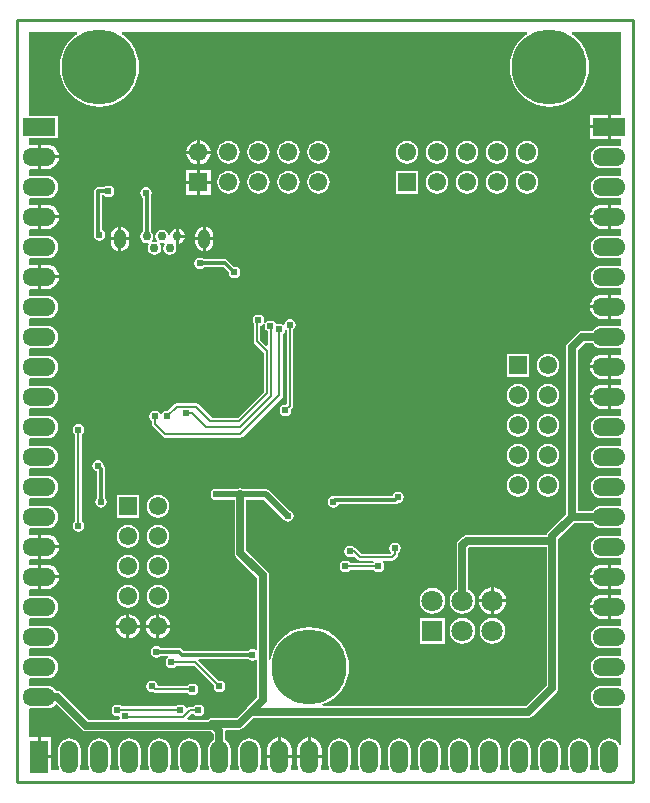
<source format=gbl>
G04*
G04 #@! TF.GenerationSoftware,Altium Limited,Altium Designer,18.1.6 (161)*
G04*
G04 Layer_Physical_Order=2*
G04 Layer_Color=16711680*
%FSLAX25Y25*%
%MOIN*%
G70*
G01*
G75*
%ADD10C,0.00800*%
%ADD15C,0.01000*%
%ADD44C,0.02000*%
%ADD45C,0.01200*%
%ADD46C,0.02500*%
%ADD48C,0.25000*%
%ADD49R,0.11000X0.06000*%
%ADD50O,0.11000X0.06000*%
%ADD51R,0.06000X0.11000*%
%ADD52O,0.06000X0.11000*%
%ADD53C,0.02953*%
G04:AMPARAMS|DCode=54|XSize=39.37mil|YSize=62.99mil|CornerRadius=19.68mil|HoleSize=0mil|Usage=FLASHONLY|Rotation=0.000|XOffset=0mil|YOffset=0mil|HoleType=Round|Shape=RoundedRectangle|*
%AMROUNDEDRECTD54*
21,1,0.03937,0.02362,0,0,0.0*
21,1,0.00000,0.06299,0,0,0.0*
1,1,0.03937,0.00000,-0.01181*
1,1,0.03937,0.00000,-0.01181*
1,1,0.03937,0.00000,0.01181*
1,1,0.03937,0.00000,0.01181*
%
%ADD54ROUNDEDRECTD54*%
%ADD55C,0.07087*%
%ADD56R,0.07087X0.07087*%
%ADD57C,0.06102*%
%ADD58R,0.06102X0.06102*%
%ADD59R,0.06102X0.06102*%
%ADD60C,0.02400*%
G36*
X201466Y222500D02*
X198000D01*
Y218500D01*
Y214500D01*
X201466D01*
Y212348D01*
X201050Y212070D01*
X200966Y212105D01*
X200000Y212232D01*
X195000D01*
X194034Y212105D01*
X193134Y211732D01*
X192361Y211139D01*
X191768Y210366D01*
X191395Y209466D01*
X191268Y208500D01*
X191395Y207534D01*
X191768Y206634D01*
X192361Y205861D01*
X193134Y205268D01*
X194034Y204895D01*
X195000Y204768D01*
X200000D01*
X200966Y204895D01*
X201050Y204930D01*
X201466Y204652D01*
Y202348D01*
X201050Y202070D01*
X200966Y202105D01*
X200000Y202232D01*
X195000D01*
X194034Y202105D01*
X193134Y201732D01*
X192361Y201139D01*
X191768Y200366D01*
X191395Y199466D01*
X191268Y198500D01*
X191395Y197534D01*
X191768Y196634D01*
X192361Y195861D01*
X193134Y195268D01*
X194034Y194895D01*
X195000Y194768D01*
X200000D01*
X200966Y194895D01*
X201050Y194930D01*
X201466Y194652D01*
Y192673D01*
X201227Y192513D01*
X200965Y192407D01*
X200000Y192534D01*
X198000D01*
Y188500D01*
Y184466D01*
X200000D01*
X200965Y184593D01*
X201227Y184487D01*
X201466Y184327D01*
Y182348D01*
X201050Y182070D01*
X200966Y182105D01*
X200000Y182232D01*
X195000D01*
X194034Y182105D01*
X193134Y181732D01*
X192361Y181139D01*
X191768Y180366D01*
X191395Y179466D01*
X191268Y178500D01*
X191395Y177534D01*
X191768Y176634D01*
X192361Y175861D01*
X193134Y175268D01*
X194034Y174895D01*
X195000Y174768D01*
X200000D01*
X200966Y174895D01*
X201050Y174930D01*
X201466Y174652D01*
Y172348D01*
X201050Y172070D01*
X200966Y172105D01*
X200000Y172232D01*
X195000D01*
X194034Y172105D01*
X193134Y171732D01*
X192361Y171139D01*
X191768Y170366D01*
X191395Y169466D01*
X191268Y168500D01*
X191395Y167534D01*
X191768Y166634D01*
X192361Y165861D01*
X193134Y165268D01*
X194034Y164895D01*
X195000Y164768D01*
X200000D01*
X200966Y164895D01*
X201050Y164930D01*
X201466Y164652D01*
Y162672D01*
X201227Y162513D01*
X200965Y162407D01*
X200000Y162534D01*
X198000D01*
Y158500D01*
Y154465D01*
X200000D01*
X200965Y154593D01*
X201227Y154487D01*
X201466Y154327D01*
Y152348D01*
X201050Y152070D01*
X200966Y152105D01*
X200000Y152232D01*
X195000D01*
X194034Y152105D01*
X193134Y151732D01*
X192361Y151139D01*
X191862Y150488D01*
X188500D01*
X187739Y150337D01*
X187094Y149906D01*
X183594Y146406D01*
X183163Y145761D01*
X183012Y145000D01*
Y89324D01*
X177094Y83406D01*
X176663Y82761D01*
X176609Y82488D01*
X150000D01*
X149239Y82337D01*
X148594Y81906D01*
X147094Y80406D01*
X146663Y79761D01*
X146512Y79000D01*
Y64269D01*
X146360Y64206D01*
X145474Y63526D01*
X144793Y62640D01*
X144366Y61608D01*
X144220Y60500D01*
X144366Y59392D01*
X144793Y58360D01*
X145474Y57474D01*
X146360Y56793D01*
X147392Y56366D01*
X148500Y56220D01*
X149608Y56366D01*
X150640Y56793D01*
X151526Y57474D01*
X152207Y58360D01*
X152634Y59392D01*
X152780Y60500D01*
X152634Y61608D01*
X152207Y62640D01*
X151526Y63526D01*
X150640Y64206D01*
X150488Y64269D01*
Y78176D01*
X150823Y78512D01*
X176512D01*
Y32324D01*
X169676Y25488D01*
X101887D01*
X101787Y25988D01*
X103511Y26702D01*
X105283Y27788D01*
X106863Y29137D01*
X108212Y30717D01*
X109298Y32489D01*
X110093Y34408D01*
X110578Y36429D01*
X110741Y38500D01*
X110578Y40571D01*
X110093Y42592D01*
X109298Y44511D01*
X108212Y46283D01*
X106863Y47863D01*
X105283Y49212D01*
X103511Y50298D01*
X101592Y51093D01*
X99571Y51578D01*
X97500Y51741D01*
X95429Y51578D01*
X93408Y51093D01*
X91489Y50298D01*
X89717Y49212D01*
X88137Y47863D01*
X86788Y46283D01*
X85702Y44511D01*
X84907Y42592D01*
X84488Y40846D01*
X83988Y40905D01*
Y69000D01*
X83837Y69761D01*
X83406Y70406D01*
X76488Y77324D01*
Y94267D01*
X82294D01*
X88446Y88114D01*
X88466Y88015D01*
X88886Y87386D01*
X89515Y86966D01*
X90256Y86819D01*
X90997Y86966D01*
X91626Y87386D01*
X92046Y88015D01*
X92193Y88756D01*
X92046Y89497D01*
X91626Y90126D01*
X90997Y90546D01*
X90898Y90566D01*
X84237Y97226D01*
X83675Y97601D01*
X83012Y97733D01*
X75416D01*
X75261Y97837D01*
X74500Y97988D01*
X73739Y97837D01*
X73584Y97733D01*
X67326D01*
X67241Y97790D01*
X66500Y97937D01*
X65759Y97790D01*
X65130Y97370D01*
X64710Y96741D01*
X64563Y96000D01*
X64710Y95259D01*
X65130Y94630D01*
X65759Y94210D01*
X66500Y94063D01*
X67241Y94210D01*
X67326Y94267D01*
X72512D01*
Y76500D01*
X72663Y75739D01*
X73094Y75094D01*
X80012Y68177D01*
Y44376D01*
X79512Y44109D01*
X79241Y44290D01*
X78500Y44437D01*
X77759Y44290D01*
X77130Y43870D01*
X77100Y43826D01*
X55549D01*
X54937Y44437D01*
X54507Y44725D01*
X54000Y44826D01*
X47899D01*
X47870Y44870D01*
X47241Y45290D01*
X46500Y45437D01*
X45759Y45290D01*
X45130Y44870D01*
X44710Y44241D01*
X44563Y43500D01*
X44710Y42759D01*
X45130Y42130D01*
X45759Y41710D01*
X46500Y41563D01*
X47241Y41710D01*
X47870Y42130D01*
X47899Y42175D01*
X50434D01*
X50586Y41675D01*
X50130Y41370D01*
X49710Y40741D01*
X49563Y40000D01*
X49710Y39259D01*
X50130Y38630D01*
X50759Y38210D01*
X51500Y38063D01*
X52241Y38210D01*
X52870Y38630D01*
X53036Y38878D01*
X59035D01*
X65621Y32293D01*
X65563Y32000D01*
X65710Y31259D01*
X66130Y30630D01*
X66759Y30210D01*
X67500Y30063D01*
X68241Y30210D01*
X68870Y30630D01*
X69290Y31259D01*
X69437Y32000D01*
X69290Y32741D01*
X68870Y33370D01*
X68241Y33790D01*
X67500Y33937D01*
X67207Y33879D01*
X60412Y40674D01*
X60568Y41142D01*
X60594Y41175D01*
X77100D01*
X77130Y41130D01*
X77759Y40710D01*
X78500Y40563D01*
X79241Y40710D01*
X79512Y40891D01*
X80012Y40624D01*
Y28324D01*
X76594Y24906D01*
X73176Y21488D01*
X65000D01*
X64239Y21337D01*
X63643Y20938D01*
X56843D01*
X56636Y21438D01*
X58076Y22878D01*
X58964D01*
X59130Y22630D01*
X59759Y22210D01*
X60500Y22063D01*
X61241Y22210D01*
X61870Y22630D01*
X62290Y23259D01*
X62437Y24000D01*
X62290Y24741D01*
X61870Y25370D01*
X61241Y25790D01*
X60500Y25937D01*
X59759Y25790D01*
X59130Y25370D01*
X58964Y25122D01*
X57611D01*
X57611Y25122D01*
X57182Y25036D01*
X56818Y24793D01*
X56762Y24737D01*
X56198Y24879D01*
X55870Y25370D01*
X55241Y25790D01*
X54500Y25937D01*
X53759Y25790D01*
X53130Y25370D01*
X53098Y25321D01*
X35089D01*
X34924Y25289D01*
X34870Y25370D01*
X34241Y25790D01*
X33500Y25937D01*
X32759Y25790D01*
X32130Y25370D01*
X31710Y24741D01*
X31563Y24000D01*
X31710Y23259D01*
X32130Y22630D01*
X32759Y22210D01*
X33500Y22063D01*
X33917Y22146D01*
X34063Y22000D01*
X34174Y21438D01*
X33869Y20938D01*
X23874D01*
X14906Y29906D01*
X14261Y30337D01*
X13500Y30488D01*
X13138D01*
X12639Y31139D01*
X11866Y31732D01*
X10966Y32105D01*
X10000Y32232D01*
X5000D01*
X4410Y32154D01*
X4034Y32484D01*
Y34516D01*
X4410Y34846D01*
X5000Y34768D01*
X10000D01*
X10966Y34895D01*
X11866Y35268D01*
X12639Y35861D01*
X13232Y36634D01*
X13605Y37534D01*
X13732Y38500D01*
X13605Y39466D01*
X13232Y40366D01*
X12639Y41139D01*
X11866Y41732D01*
X10966Y42105D01*
X10000Y42232D01*
X5000D01*
X4410Y42154D01*
X4034Y42484D01*
Y44516D01*
X4410Y44846D01*
X5000Y44768D01*
X10000D01*
X10966Y44895D01*
X11866Y45268D01*
X12639Y45861D01*
X13232Y46634D01*
X13605Y47534D01*
X13732Y48500D01*
X13605Y49466D01*
X13232Y50366D01*
X12639Y51139D01*
X11866Y51732D01*
X10966Y52105D01*
X10000Y52232D01*
X5000D01*
X4410Y52154D01*
X4034Y52484D01*
Y54516D01*
X4410Y54846D01*
X5000Y54768D01*
X10000D01*
X10966Y54895D01*
X11866Y55268D01*
X12639Y55861D01*
X13232Y56634D01*
X13605Y57534D01*
X13732Y58500D01*
X13605Y59466D01*
X13232Y60366D01*
X12639Y61139D01*
X11866Y61732D01*
X10966Y62105D01*
X10000Y62232D01*
X5000D01*
X4410Y62154D01*
X4034Y62484D01*
Y64213D01*
X4410Y64543D01*
X5000Y64465D01*
X7000D01*
Y68500D01*
Y72535D01*
X5000D01*
X4410Y72457D01*
X4034Y72787D01*
Y74213D01*
X4410Y74543D01*
X5000Y74466D01*
X7000D01*
Y78500D01*
Y82534D01*
X5000D01*
X4410Y82457D01*
X4034Y82787D01*
Y84516D01*
X4410Y84846D01*
X5000Y84768D01*
X10000D01*
X10966Y84895D01*
X11866Y85268D01*
X12639Y85861D01*
X13232Y86634D01*
X13605Y87534D01*
X13732Y88500D01*
X13605Y89466D01*
X13232Y90366D01*
X12639Y91139D01*
X11866Y91732D01*
X10966Y92105D01*
X10000Y92232D01*
X5000D01*
X4410Y92154D01*
X4034Y92484D01*
Y94516D01*
X4410Y94846D01*
X5000Y94768D01*
X10000D01*
X10966Y94895D01*
X11866Y95268D01*
X12639Y95861D01*
X13232Y96634D01*
X13605Y97534D01*
X13732Y98500D01*
X13605Y99466D01*
X13232Y100366D01*
X12639Y101139D01*
X11866Y101732D01*
X10966Y102105D01*
X10000Y102232D01*
X5000D01*
X4410Y102154D01*
X4034Y102484D01*
Y104516D01*
X4410Y104846D01*
X5000Y104768D01*
X10000D01*
X10966Y104895D01*
X11866Y105268D01*
X12639Y105861D01*
X13232Y106634D01*
X13605Y107534D01*
X13732Y108500D01*
X13605Y109466D01*
X13232Y110366D01*
X12639Y111139D01*
X11866Y111732D01*
X10966Y112105D01*
X10000Y112232D01*
X5000D01*
X4410Y112154D01*
X4034Y112484D01*
Y114516D01*
X4410Y114846D01*
X5000Y114768D01*
X10000D01*
X10966Y114895D01*
X11866Y115268D01*
X12639Y115861D01*
X13232Y116634D01*
X13605Y117534D01*
X13732Y118500D01*
X13605Y119466D01*
X13232Y120366D01*
X12639Y121139D01*
X11866Y121732D01*
X10966Y122105D01*
X10000Y122232D01*
X5000D01*
X4410Y122154D01*
X4034Y122484D01*
Y124516D01*
X4410Y124846D01*
X5000Y124768D01*
X10000D01*
X10966Y124895D01*
X11866Y125268D01*
X12639Y125861D01*
X13232Y126634D01*
X13605Y127534D01*
X13732Y128500D01*
X13605Y129466D01*
X13232Y130366D01*
X12639Y131139D01*
X11866Y131732D01*
X10966Y132105D01*
X10000Y132232D01*
X5000D01*
X4410Y132154D01*
X4034Y132484D01*
Y134516D01*
X4410Y134846D01*
X5000Y134768D01*
X10000D01*
X10966Y134895D01*
X11866Y135268D01*
X12639Y135861D01*
X13232Y136634D01*
X13605Y137534D01*
X13732Y138500D01*
X13605Y139466D01*
X13232Y140366D01*
X12639Y141139D01*
X11866Y141732D01*
X10966Y142105D01*
X10000Y142232D01*
X5000D01*
X4410Y142154D01*
X4034Y142484D01*
Y144516D01*
X4410Y144846D01*
X5000Y144768D01*
X10000D01*
X10966Y144895D01*
X11866Y145268D01*
X12639Y145861D01*
X13232Y146634D01*
X13605Y147534D01*
X13732Y148500D01*
X13605Y149466D01*
X13232Y150366D01*
X12639Y151139D01*
X11866Y151732D01*
X10966Y152105D01*
X10000Y152232D01*
X5000D01*
X4410Y152154D01*
X4034Y152484D01*
Y154516D01*
X4410Y154846D01*
X5000Y154768D01*
X10000D01*
X10966Y154895D01*
X11866Y155268D01*
X12639Y155861D01*
X13232Y156634D01*
X13605Y157534D01*
X13732Y158500D01*
X13605Y159466D01*
X13232Y160366D01*
X12639Y161139D01*
X11866Y161732D01*
X10966Y162105D01*
X10000Y162232D01*
X5000D01*
X4410Y162154D01*
X4034Y162484D01*
Y164213D01*
X4410Y164543D01*
X5000Y164465D01*
X7000D01*
Y168500D01*
Y172535D01*
X5000D01*
X4410Y172457D01*
X4034Y172787D01*
Y174516D01*
X4410Y174846D01*
X5000Y174768D01*
X10000D01*
X10966Y174895D01*
X11866Y175268D01*
X12639Y175861D01*
X13232Y176634D01*
X13605Y177534D01*
X13732Y178500D01*
X13605Y179466D01*
X13232Y180366D01*
X12639Y181139D01*
X11866Y181732D01*
X10966Y182105D01*
X10000Y182232D01*
X5000D01*
X4410Y182154D01*
X4034Y182484D01*
Y184213D01*
X4410Y184543D01*
X5000Y184466D01*
X7000D01*
Y188500D01*
Y192534D01*
X5000D01*
X4410Y192457D01*
X4034Y192787D01*
Y194516D01*
X4410Y194846D01*
X5000Y194768D01*
X10000D01*
X10966Y194895D01*
X11866Y195268D01*
X12639Y195861D01*
X13232Y196634D01*
X13605Y197534D01*
X13732Y198500D01*
X13605Y199466D01*
X13232Y200366D01*
X12639Y201139D01*
X11866Y201732D01*
X10966Y202105D01*
X10000Y202232D01*
X5000D01*
X4410Y202154D01*
X4034Y202484D01*
Y204213D01*
X4410Y204543D01*
X5000Y204466D01*
X7000D01*
Y208500D01*
Y212534D01*
X5000D01*
X4410Y212457D01*
X4034Y212787D01*
Y214800D01*
X13700D01*
Y222200D01*
X4034D01*
Y249966D01*
X20026D01*
X20162Y249484D01*
X19717Y249212D01*
X18137Y247863D01*
X16788Y246283D01*
X15702Y244511D01*
X14907Y242592D01*
X14422Y240571D01*
X14259Y238500D01*
X14422Y236429D01*
X14907Y234408D01*
X15702Y232489D01*
X16788Y230717D01*
X18137Y229137D01*
X19717Y227788D01*
X21489Y226702D01*
X23408Y225907D01*
X25429Y225422D01*
X27500Y225259D01*
X29571Y225422D01*
X31592Y225907D01*
X33511Y226702D01*
X35283Y227788D01*
X36863Y229137D01*
X38212Y230717D01*
X39298Y232489D01*
X40093Y234408D01*
X40578Y236429D01*
X40741Y238500D01*
X40578Y240571D01*
X40093Y242592D01*
X39298Y244511D01*
X38212Y246283D01*
X36863Y247863D01*
X35283Y249212D01*
X34839Y249484D01*
X34974Y249966D01*
X170026D01*
X170161Y249484D01*
X169717Y249212D01*
X168137Y247863D01*
X166788Y246283D01*
X165702Y244511D01*
X164907Y242592D01*
X164422Y240571D01*
X164259Y238500D01*
X164422Y236429D01*
X164907Y234408D01*
X165702Y232489D01*
X166788Y230717D01*
X168137Y229137D01*
X169717Y227788D01*
X171489Y226702D01*
X173408Y225907D01*
X175429Y225422D01*
X177500Y225259D01*
X179571Y225422D01*
X181592Y225907D01*
X183511Y226702D01*
X185283Y227788D01*
X186863Y229137D01*
X188212Y230717D01*
X189298Y232489D01*
X190093Y234408D01*
X190578Y236429D01*
X190741Y238500D01*
X190578Y240571D01*
X190093Y242592D01*
X189298Y244511D01*
X188212Y246283D01*
X186863Y247863D01*
X185283Y249212D01*
X184838Y249484D01*
X184974Y249966D01*
X201466D01*
Y222500D01*
D02*
G37*
G36*
X192361Y145861D02*
X193134Y145268D01*
X194034Y144895D01*
X195000Y144768D01*
X200000D01*
X200966Y144895D01*
X201050Y144930D01*
X201466Y144652D01*
Y142673D01*
X201227Y142513D01*
X200965Y142407D01*
X200000Y142534D01*
X198000D01*
Y138500D01*
Y134466D01*
X200000D01*
X200965Y134593D01*
X201227Y134487D01*
X201466Y134327D01*
Y132673D01*
X201227Y132513D01*
X200965Y132407D01*
X200000Y132535D01*
X198000D01*
Y128500D01*
Y124466D01*
X200000D01*
X200965Y124593D01*
X201227Y124487D01*
X201466Y124328D01*
Y122348D01*
X201050Y122070D01*
X200966Y122105D01*
X200000Y122232D01*
X195000D01*
X194034Y122105D01*
X193134Y121732D01*
X192361Y121139D01*
X191768Y120366D01*
X191395Y119466D01*
X191268Y118500D01*
X191395Y117534D01*
X191768Y116634D01*
X192361Y115861D01*
X193134Y115268D01*
X194034Y114895D01*
X195000Y114768D01*
X200000D01*
X200966Y114895D01*
X201050Y114930D01*
X201466Y114652D01*
Y112348D01*
X201050Y112070D01*
X200966Y112105D01*
X200000Y112232D01*
X195000D01*
X194034Y112105D01*
X193134Y111732D01*
X192361Y111139D01*
X191768Y110366D01*
X191395Y109466D01*
X191268Y108500D01*
X191395Y107534D01*
X191768Y106634D01*
X192361Y105861D01*
X193134Y105268D01*
X194034Y104895D01*
X195000Y104768D01*
X200000D01*
X200966Y104895D01*
X201050Y104930D01*
X201466Y104652D01*
Y102348D01*
X201050Y102070D01*
X200966Y102105D01*
X200000Y102232D01*
X195000D01*
X194034Y102105D01*
X193134Y101732D01*
X192361Y101139D01*
X191768Y100366D01*
X191395Y99466D01*
X191268Y98500D01*
X191395Y97534D01*
X191768Y96634D01*
X192361Y95861D01*
X193134Y95268D01*
X194034Y94895D01*
X195000Y94768D01*
X200000D01*
X200966Y94895D01*
X201050Y94930D01*
X201466Y94652D01*
Y92348D01*
X201050Y92070D01*
X200966Y92105D01*
X200000Y92232D01*
X195000D01*
X194034Y92105D01*
X193134Y91732D01*
X192361Y91139D01*
X191862Y90488D01*
X186988D01*
Y144176D01*
X189323Y146512D01*
X191862D01*
X192361Y145861D01*
D02*
G37*
G36*
Y85861D02*
X193134Y85268D01*
X194034Y84895D01*
X195000Y84768D01*
X200000D01*
X200966Y84895D01*
X201050Y84930D01*
X201466Y84652D01*
Y82348D01*
X201050Y82070D01*
X200966Y82105D01*
X200000Y82232D01*
X195000D01*
X194034Y82105D01*
X193134Y81732D01*
X192361Y81139D01*
X191768Y80366D01*
X191395Y79466D01*
X191268Y78500D01*
X191395Y77534D01*
X191768Y76634D01*
X192361Y75861D01*
X193134Y75268D01*
X194034Y74895D01*
X195000Y74768D01*
X200000D01*
X200966Y74895D01*
X201050Y74930D01*
X201466Y74652D01*
Y72672D01*
X201227Y72513D01*
X200965Y72407D01*
X200000Y72535D01*
X198000D01*
Y68500D01*
Y64465D01*
X200000D01*
X200965Y64593D01*
X201227Y64487D01*
X201466Y64328D01*
Y62673D01*
X201227Y62513D01*
X200965Y62407D01*
X200000Y62534D01*
X198000D01*
Y58500D01*
Y54466D01*
X200000D01*
X200965Y54593D01*
X201227Y54487D01*
X201466Y54327D01*
Y52348D01*
X201050Y52070D01*
X200966Y52105D01*
X200000Y52232D01*
X195000D01*
X194034Y52105D01*
X193134Y51732D01*
X192361Y51139D01*
X191768Y50366D01*
X191395Y49466D01*
X191268Y48500D01*
X191395Y47534D01*
X191768Y46634D01*
X192361Y45861D01*
X193134Y45268D01*
X194034Y44895D01*
X195000Y44768D01*
X200000D01*
X200966Y44895D01*
X201050Y44930D01*
X201466Y44652D01*
Y42348D01*
X201050Y42070D01*
X200966Y42105D01*
X200000Y42232D01*
X195000D01*
X194034Y42105D01*
X193134Y41732D01*
X192361Y41139D01*
X191768Y40366D01*
X191395Y39466D01*
X191268Y38500D01*
X191395Y37534D01*
X191768Y36634D01*
X192361Y35861D01*
X193134Y35268D01*
X194034Y34895D01*
X195000Y34768D01*
X200000D01*
X200966Y34895D01*
X201050Y34930D01*
X201466Y34652D01*
Y32348D01*
X201050Y32070D01*
X200966Y32105D01*
X200000Y32232D01*
X195000D01*
X194034Y32105D01*
X193134Y31732D01*
X192361Y31139D01*
X191768Y30366D01*
X191395Y29466D01*
X191268Y28500D01*
X191395Y27534D01*
X191768Y26634D01*
X192361Y25861D01*
X193134Y25268D01*
X194034Y24895D01*
X195000Y24768D01*
X200000D01*
X200966Y24895D01*
X201050Y24930D01*
X201466Y24652D01*
Y12402D01*
X200965Y12302D01*
X200732Y12866D01*
X200139Y13639D01*
X199366Y14232D01*
X198466Y14605D01*
X197500Y14732D01*
X196534Y14605D01*
X195634Y14232D01*
X194861Y13639D01*
X194268Y12866D01*
X193895Y11966D01*
X193768Y11000D01*
Y6000D01*
X193895Y5034D01*
X194102Y4535D01*
X193768Y4034D01*
X191232D01*
X190898Y4535D01*
X191105Y5034D01*
X191232Y6000D01*
Y11000D01*
X191105Y11966D01*
X190732Y12866D01*
X190139Y13639D01*
X189366Y14232D01*
X188466Y14605D01*
X187500Y14732D01*
X186534Y14605D01*
X185634Y14232D01*
X184861Y13639D01*
X184268Y12866D01*
X183895Y11966D01*
X183768Y11000D01*
Y6000D01*
X183895Y5034D01*
X184102Y4535D01*
X183768Y4034D01*
X181232D01*
X180898Y4535D01*
X181105Y5034D01*
X181232Y6000D01*
Y11000D01*
X181105Y11966D01*
X180732Y12866D01*
X180139Y13639D01*
X179366Y14232D01*
X178466Y14605D01*
X177500Y14732D01*
X176534Y14605D01*
X175634Y14232D01*
X174861Y13639D01*
X174268Y12866D01*
X173895Y11966D01*
X173768Y11000D01*
Y6000D01*
X173895Y5034D01*
X174102Y4535D01*
X173768Y4034D01*
X171232D01*
X170898Y4535D01*
X171105Y5034D01*
X171232Y6000D01*
Y11000D01*
X171105Y11966D01*
X170732Y12866D01*
X170139Y13639D01*
X169366Y14232D01*
X168466Y14605D01*
X167500Y14732D01*
X166534Y14605D01*
X165634Y14232D01*
X164861Y13639D01*
X164268Y12866D01*
X163895Y11966D01*
X163768Y11000D01*
Y6000D01*
X163895Y5034D01*
X164102Y4535D01*
X163768Y4034D01*
X161232D01*
X160898Y4535D01*
X161105Y5034D01*
X161232Y6000D01*
Y11000D01*
X161105Y11966D01*
X160732Y12866D01*
X160139Y13639D01*
X159366Y14232D01*
X158466Y14605D01*
X157500Y14732D01*
X156534Y14605D01*
X155634Y14232D01*
X154861Y13639D01*
X154268Y12866D01*
X153895Y11966D01*
X153768Y11000D01*
Y6000D01*
X153895Y5034D01*
X154102Y4535D01*
X153768Y4034D01*
X151232D01*
X150898Y4535D01*
X151105Y5034D01*
X151232Y6000D01*
Y11000D01*
X151105Y11966D01*
X150732Y12866D01*
X150139Y13639D01*
X149366Y14232D01*
X148466Y14605D01*
X147500Y14732D01*
X146534Y14605D01*
X145634Y14232D01*
X144861Y13639D01*
X144268Y12866D01*
X143895Y11966D01*
X143768Y11000D01*
Y6000D01*
X143895Y5034D01*
X144102Y4535D01*
X143768Y4034D01*
X141232D01*
X140898Y4535D01*
X141105Y5034D01*
X141232Y6000D01*
Y11000D01*
X141105Y11966D01*
X140732Y12866D01*
X140139Y13639D01*
X139366Y14232D01*
X138466Y14605D01*
X137500Y14732D01*
X136534Y14605D01*
X135634Y14232D01*
X134861Y13639D01*
X134268Y12866D01*
X133895Y11966D01*
X133768Y11000D01*
Y6000D01*
X133895Y5034D01*
X134102Y4535D01*
X133768Y4034D01*
X131232D01*
X130898Y4535D01*
X131105Y5034D01*
X131232Y6000D01*
Y11000D01*
X131105Y11966D01*
X130732Y12866D01*
X130139Y13639D01*
X129366Y14232D01*
X128466Y14605D01*
X127500Y14732D01*
X126534Y14605D01*
X125634Y14232D01*
X124861Y13639D01*
X124268Y12866D01*
X123895Y11966D01*
X123768Y11000D01*
Y6000D01*
X123895Y5034D01*
X124102Y4535D01*
X123768Y4034D01*
X121232D01*
X120898Y4535D01*
X121105Y5034D01*
X121232Y6000D01*
Y11000D01*
X121105Y11966D01*
X120732Y12866D01*
X120139Y13639D01*
X119366Y14232D01*
X118466Y14605D01*
X117500Y14732D01*
X116534Y14605D01*
X115634Y14232D01*
X114861Y13639D01*
X114268Y12866D01*
X113895Y11966D01*
X113768Y11000D01*
Y6000D01*
X113895Y5034D01*
X114102Y4535D01*
X113768Y4034D01*
X111232D01*
X110898Y4535D01*
X111105Y5034D01*
X111232Y6000D01*
Y11000D01*
X111105Y11966D01*
X110732Y12866D01*
X110139Y13639D01*
X109366Y14232D01*
X108466Y14605D01*
X107500Y14732D01*
X106534Y14605D01*
X105634Y14232D01*
X104861Y13639D01*
X104268Y12866D01*
X103895Y11966D01*
X103768Y11000D01*
Y6000D01*
X103895Y5034D01*
X104102Y4535D01*
X103768Y4034D01*
X101465D01*
X101188Y4450D01*
X101397Y4956D01*
X101534Y6000D01*
Y8000D01*
X97500D01*
X93466D01*
Y6000D01*
X93603Y4956D01*
X93812Y4450D01*
X93535Y4034D01*
X91465D01*
X91188Y4450D01*
X91397Y4956D01*
X91535Y6000D01*
Y8000D01*
X87500D01*
X83465D01*
Y6000D01*
X83603Y4956D01*
X83812Y4450D01*
X83535Y4034D01*
X81232D01*
X80898Y4535D01*
X81105Y5034D01*
X81232Y6000D01*
Y11000D01*
X81105Y11966D01*
X80732Y12866D01*
X80139Y13639D01*
X79366Y14232D01*
X78466Y14605D01*
X77500Y14732D01*
X76534Y14605D01*
X75634Y14232D01*
X74861Y13639D01*
X74268Y12866D01*
X73895Y11966D01*
X73768Y11000D01*
Y6000D01*
X73895Y5034D01*
X74102Y4535D01*
X73768Y4034D01*
X71232D01*
X70898Y4535D01*
X71105Y5034D01*
X71232Y6000D01*
Y11000D01*
X71105Y11966D01*
X70732Y12866D01*
X70139Y13639D01*
X69488Y14138D01*
Y17000D01*
X69463Y17125D01*
X69780Y17512D01*
X74000D01*
X74761Y17663D01*
X75406Y18094D01*
X78824Y21512D01*
X170500D01*
X171261Y21663D01*
X171906Y22094D01*
X179906Y30094D01*
X180337Y30739D01*
X180488Y31500D01*
Y80500D01*
Y81177D01*
X185824Y86512D01*
X191862D01*
X192361Y85861D01*
D02*
G37*
G36*
X21644Y17544D02*
X22289Y17113D01*
X23050Y16962D01*
X64450D01*
X64681Y17008D01*
X65512Y16176D01*
Y14138D01*
X64861Y13639D01*
X64268Y12866D01*
X63895Y11966D01*
X63768Y11000D01*
Y6000D01*
X63895Y5034D01*
X64102Y4535D01*
X63768Y4034D01*
X61232D01*
X60898Y4535D01*
X61105Y5034D01*
X61232Y6000D01*
Y11000D01*
X61105Y11966D01*
X60732Y12866D01*
X60139Y13639D01*
X59366Y14232D01*
X58466Y14605D01*
X57500Y14732D01*
X56534Y14605D01*
X55634Y14232D01*
X54861Y13639D01*
X54268Y12866D01*
X53895Y11966D01*
X53768Y11000D01*
Y6000D01*
X53895Y5034D01*
X54102Y4535D01*
X53768Y4034D01*
X51232D01*
X50898Y4535D01*
X51105Y5034D01*
X51232Y6000D01*
Y11000D01*
X51105Y11966D01*
X50732Y12866D01*
X50139Y13639D01*
X49366Y14232D01*
X48466Y14605D01*
X47500Y14732D01*
X46534Y14605D01*
X45634Y14232D01*
X44861Y13639D01*
X44268Y12866D01*
X43895Y11966D01*
X43768Y11000D01*
Y6000D01*
X43895Y5034D01*
X44102Y4535D01*
X43768Y4034D01*
X41232D01*
X40898Y4535D01*
X41105Y5034D01*
X41232Y6000D01*
Y11000D01*
X41105Y11966D01*
X40732Y12866D01*
X40139Y13639D01*
X39366Y14232D01*
X38466Y14605D01*
X37500Y14732D01*
X36534Y14605D01*
X35634Y14232D01*
X34861Y13639D01*
X34268Y12866D01*
X33895Y11966D01*
X33768Y11000D01*
Y6000D01*
X33895Y5034D01*
X34102Y4535D01*
X33768Y4034D01*
X31232D01*
X30898Y4535D01*
X31105Y5034D01*
X31232Y6000D01*
Y11000D01*
X31105Y11966D01*
X30732Y12866D01*
X30139Y13639D01*
X29366Y14232D01*
X28466Y14605D01*
X27500Y14732D01*
X26534Y14605D01*
X25634Y14232D01*
X24861Y13639D01*
X24268Y12866D01*
X23895Y11966D01*
X23768Y11000D01*
Y6000D01*
X23895Y5034D01*
X24102Y4535D01*
X23768Y4034D01*
X21232D01*
X20898Y4535D01*
X21105Y5034D01*
X21232Y6000D01*
Y11000D01*
X21105Y11966D01*
X20732Y12866D01*
X20139Y13639D01*
X19366Y14232D01*
X18466Y14605D01*
X17500Y14732D01*
X16534Y14605D01*
X15634Y14232D01*
X14861Y13639D01*
X14268Y12866D01*
X13895Y11966D01*
X13768Y11000D01*
Y6000D01*
X13895Y5034D01*
X14102Y4535D01*
X13768Y4034D01*
X11500D01*
Y8000D01*
X7500D01*
Y8500D01*
X7000D01*
Y15000D01*
X4034D01*
Y24516D01*
X4410Y24846D01*
X5000Y24768D01*
X10000D01*
X10966Y24895D01*
X11866Y25268D01*
X12639Y25861D01*
X12707Y25950D01*
X13206Y25982D01*
X21644Y17544D01*
D02*
G37*
%LPC*%
G36*
X197000Y222500D02*
X191000D01*
Y219000D01*
X197000D01*
Y222500D01*
D02*
G37*
G36*
Y218000D02*
X191000D01*
Y214500D01*
X197000D01*
Y218000D01*
D02*
G37*
G36*
X61000Y214020D02*
Y210500D01*
X64520D01*
X64447Y211058D01*
X64039Y212043D01*
X63389Y212889D01*
X62543Y213539D01*
X61558Y213947D01*
X61000Y214020D01*
D02*
G37*
G36*
X60000D02*
X59442Y213947D01*
X58457Y213539D01*
X57611Y212889D01*
X56961Y212043D01*
X56553Y211058D01*
X56480Y210500D01*
X60000D01*
Y214020D01*
D02*
G37*
G36*
X10000Y212534D02*
X8000D01*
Y209000D01*
X13969D01*
X13897Y209544D01*
X13494Y210517D01*
X12853Y211353D01*
X12017Y211994D01*
X11044Y212397D01*
X10000Y212534D01*
D02*
G37*
G36*
X170000Y213784D02*
X169021Y213655D01*
X168108Y213277D01*
X167325Y212675D01*
X166723Y211892D01*
X166345Y210979D01*
X166217Y210000D01*
X166345Y209021D01*
X166723Y208108D01*
X167325Y207325D01*
X168108Y206723D01*
X169021Y206345D01*
X170000Y206216D01*
X170979Y206345D01*
X171892Y206723D01*
X172675Y207325D01*
X173277Y208108D01*
X173655Y209021D01*
X173784Y210000D01*
X173655Y210979D01*
X173277Y211892D01*
X172675Y212675D01*
X171892Y213277D01*
X170979Y213655D01*
X170000Y213784D01*
D02*
G37*
G36*
X160000D02*
X159021Y213655D01*
X158108Y213277D01*
X157325Y212675D01*
X156723Y211892D01*
X156345Y210979D01*
X156217Y210000D01*
X156345Y209021D01*
X156723Y208108D01*
X157325Y207325D01*
X158108Y206723D01*
X159021Y206345D01*
X160000Y206216D01*
X160979Y206345D01*
X161892Y206723D01*
X162675Y207325D01*
X163277Y208108D01*
X163655Y209021D01*
X163784Y210000D01*
X163655Y210979D01*
X163277Y211892D01*
X162675Y212675D01*
X161892Y213277D01*
X160979Y213655D01*
X160000Y213784D01*
D02*
G37*
G36*
X150000D02*
X149021Y213655D01*
X148108Y213277D01*
X147325Y212675D01*
X146723Y211892D01*
X146345Y210979D01*
X146216Y210000D01*
X146345Y209021D01*
X146723Y208108D01*
X147325Y207325D01*
X148108Y206723D01*
X149021Y206345D01*
X150000Y206216D01*
X150979Y206345D01*
X151892Y206723D01*
X152675Y207325D01*
X153277Y208108D01*
X153655Y209021D01*
X153784Y210000D01*
X153655Y210979D01*
X153277Y211892D01*
X152675Y212675D01*
X151892Y213277D01*
X150979Y213655D01*
X150000Y213784D01*
D02*
G37*
G36*
X140000D02*
X139021Y213655D01*
X138108Y213277D01*
X137325Y212675D01*
X136723Y211892D01*
X136345Y210979D01*
X136216Y210000D01*
X136345Y209021D01*
X136723Y208108D01*
X137325Y207325D01*
X138108Y206723D01*
X139021Y206345D01*
X140000Y206216D01*
X140979Y206345D01*
X141892Y206723D01*
X142675Y207325D01*
X143277Y208108D01*
X143655Y209021D01*
X143783Y210000D01*
X143655Y210979D01*
X143277Y211892D01*
X142675Y212675D01*
X141892Y213277D01*
X140979Y213655D01*
X140000Y213784D01*
D02*
G37*
G36*
X130000D02*
X129021Y213655D01*
X128108Y213277D01*
X127325Y212675D01*
X126723Y211892D01*
X126345Y210979D01*
X126216Y210000D01*
X126345Y209021D01*
X126723Y208108D01*
X127325Y207325D01*
X128108Y206723D01*
X129021Y206345D01*
X130000Y206216D01*
X130979Y206345D01*
X131892Y206723D01*
X132675Y207325D01*
X133277Y208108D01*
X133655Y209021D01*
X133783Y210000D01*
X133655Y210979D01*
X133277Y211892D01*
X132675Y212675D01*
X131892Y213277D01*
X130979Y213655D01*
X130000Y213784D01*
D02*
G37*
G36*
X100500D02*
X99521Y213655D01*
X98608Y213277D01*
X97825Y212675D01*
X97223Y211892D01*
X96845Y210979D01*
X96716Y210000D01*
X96845Y209021D01*
X97223Y208108D01*
X97825Y207325D01*
X98608Y206723D01*
X99521Y206345D01*
X100500Y206216D01*
X101479Y206345D01*
X102392Y206723D01*
X103175Y207325D01*
X103777Y208108D01*
X104155Y209021D01*
X104283Y210000D01*
X104155Y210979D01*
X103777Y211892D01*
X103175Y212675D01*
X102392Y213277D01*
X101479Y213655D01*
X100500Y213784D01*
D02*
G37*
G36*
X90500D02*
X89521Y213655D01*
X88608Y213277D01*
X87825Y212675D01*
X87223Y211892D01*
X86845Y210979D01*
X86716Y210000D01*
X86845Y209021D01*
X87223Y208108D01*
X87825Y207325D01*
X88608Y206723D01*
X89521Y206345D01*
X90500Y206216D01*
X91479Y206345D01*
X92392Y206723D01*
X93175Y207325D01*
X93777Y208108D01*
X94155Y209021D01*
X94284Y210000D01*
X94155Y210979D01*
X93777Y211892D01*
X93175Y212675D01*
X92392Y213277D01*
X91479Y213655D01*
X90500Y213784D01*
D02*
G37*
G36*
X80500D02*
X79521Y213655D01*
X78608Y213277D01*
X77825Y212675D01*
X77223Y211892D01*
X76845Y210979D01*
X76716Y210000D01*
X76845Y209021D01*
X77223Y208108D01*
X77825Y207325D01*
X78608Y206723D01*
X79521Y206345D01*
X80500Y206216D01*
X81479Y206345D01*
X82392Y206723D01*
X83175Y207325D01*
X83777Y208108D01*
X84155Y209021D01*
X84284Y210000D01*
X84155Y210979D01*
X83777Y211892D01*
X83175Y212675D01*
X82392Y213277D01*
X81479Y213655D01*
X80500Y213784D01*
D02*
G37*
G36*
X70500D02*
X69521Y213655D01*
X68608Y213277D01*
X67825Y212675D01*
X67223Y211892D01*
X66845Y210979D01*
X66716Y210000D01*
X66845Y209021D01*
X67223Y208108D01*
X67825Y207325D01*
X68608Y206723D01*
X69521Y206345D01*
X70500Y206216D01*
X71479Y206345D01*
X72392Y206723D01*
X73175Y207325D01*
X73777Y208108D01*
X74155Y209021D01*
X74284Y210000D01*
X74155Y210979D01*
X73777Y211892D01*
X73175Y212675D01*
X72392Y213277D01*
X71479Y213655D01*
X70500Y213784D01*
D02*
G37*
G36*
X64520Y209500D02*
X61000D01*
Y205980D01*
X61558Y206053D01*
X62543Y206461D01*
X63389Y207111D01*
X64039Y207957D01*
X64447Y208942D01*
X64520Y209500D01*
D02*
G37*
G36*
X60000D02*
X56480D01*
X56553Y208942D01*
X56961Y207957D01*
X57611Y207111D01*
X58457Y206461D01*
X59442Y206053D01*
X60000Y205980D01*
Y209500D01*
D02*
G37*
G36*
X13969Y208000D02*
X8000D01*
Y204466D01*
X10000D01*
X11044Y204603D01*
X12017Y205006D01*
X12853Y205647D01*
X13494Y206483D01*
X13897Y207456D01*
X13969Y208000D01*
D02*
G37*
G36*
X64551Y204051D02*
X61000D01*
Y200500D01*
X64551D01*
Y204051D01*
D02*
G37*
G36*
X60000D02*
X56449D01*
Y200500D01*
X60000D01*
Y204051D01*
D02*
G37*
G36*
X133751Y203751D02*
X126249D01*
Y196249D01*
X133751D01*
Y203751D01*
D02*
G37*
G36*
X170000Y203783D02*
X169021Y203655D01*
X168108Y203277D01*
X167325Y202675D01*
X166723Y201892D01*
X166345Y200979D01*
X166217Y200000D01*
X166345Y199021D01*
X166723Y198108D01*
X167325Y197325D01*
X168108Y196723D01*
X169021Y196345D01*
X170000Y196216D01*
X170979Y196345D01*
X171892Y196723D01*
X172675Y197325D01*
X173277Y198108D01*
X173655Y199021D01*
X173784Y200000D01*
X173655Y200979D01*
X173277Y201892D01*
X172675Y202675D01*
X171892Y203277D01*
X170979Y203655D01*
X170000Y203783D01*
D02*
G37*
G36*
X160000D02*
X159021Y203655D01*
X158108Y203277D01*
X157325Y202675D01*
X156723Y201892D01*
X156345Y200979D01*
X156217Y200000D01*
X156345Y199021D01*
X156723Y198108D01*
X157325Y197325D01*
X158108Y196723D01*
X159021Y196345D01*
X160000Y196216D01*
X160979Y196345D01*
X161892Y196723D01*
X162675Y197325D01*
X163277Y198108D01*
X163655Y199021D01*
X163784Y200000D01*
X163655Y200979D01*
X163277Y201892D01*
X162675Y202675D01*
X161892Y203277D01*
X160979Y203655D01*
X160000Y203783D01*
D02*
G37*
G36*
X150000D02*
X149021Y203655D01*
X148108Y203277D01*
X147325Y202675D01*
X146723Y201892D01*
X146345Y200979D01*
X146216Y200000D01*
X146345Y199021D01*
X146723Y198108D01*
X147325Y197325D01*
X148108Y196723D01*
X149021Y196345D01*
X150000Y196216D01*
X150979Y196345D01*
X151892Y196723D01*
X152675Y197325D01*
X153277Y198108D01*
X153655Y199021D01*
X153784Y200000D01*
X153655Y200979D01*
X153277Y201892D01*
X152675Y202675D01*
X151892Y203277D01*
X150979Y203655D01*
X150000Y203783D01*
D02*
G37*
G36*
X140000D02*
X139021Y203655D01*
X138108Y203277D01*
X137325Y202675D01*
X136723Y201892D01*
X136345Y200979D01*
X136216Y200000D01*
X136345Y199021D01*
X136723Y198108D01*
X137325Y197325D01*
X138108Y196723D01*
X139021Y196345D01*
X140000Y196216D01*
X140979Y196345D01*
X141892Y196723D01*
X142675Y197325D01*
X143277Y198108D01*
X143655Y199021D01*
X143783Y200000D01*
X143655Y200979D01*
X143277Y201892D01*
X142675Y202675D01*
X141892Y203277D01*
X140979Y203655D01*
X140000Y203783D01*
D02*
G37*
G36*
X100500D02*
X99521Y203655D01*
X98608Y203277D01*
X97825Y202675D01*
X97223Y201892D01*
X96845Y200979D01*
X96716Y200000D01*
X96845Y199021D01*
X97223Y198108D01*
X97825Y197325D01*
X98608Y196723D01*
X99521Y196345D01*
X100500Y196216D01*
X101479Y196345D01*
X102392Y196723D01*
X103175Y197325D01*
X103777Y198108D01*
X104155Y199021D01*
X104283Y200000D01*
X104155Y200979D01*
X103777Y201892D01*
X103175Y202675D01*
X102392Y203277D01*
X101479Y203655D01*
X100500Y203783D01*
D02*
G37*
G36*
X90500D02*
X89521Y203655D01*
X88608Y203277D01*
X87825Y202675D01*
X87223Y201892D01*
X86845Y200979D01*
X86716Y200000D01*
X86845Y199021D01*
X87223Y198108D01*
X87825Y197325D01*
X88608Y196723D01*
X89521Y196345D01*
X90500Y196216D01*
X91479Y196345D01*
X92392Y196723D01*
X93175Y197325D01*
X93777Y198108D01*
X94155Y199021D01*
X94284Y200000D01*
X94155Y200979D01*
X93777Y201892D01*
X93175Y202675D01*
X92392Y203277D01*
X91479Y203655D01*
X90500Y203783D01*
D02*
G37*
G36*
X80500D02*
X79521Y203655D01*
X78608Y203277D01*
X77825Y202675D01*
X77223Y201892D01*
X76845Y200979D01*
X76716Y200000D01*
X76845Y199021D01*
X77223Y198108D01*
X77825Y197325D01*
X78608Y196723D01*
X79521Y196345D01*
X80500Y196216D01*
X81479Y196345D01*
X82392Y196723D01*
X83175Y197325D01*
X83777Y198108D01*
X84155Y199021D01*
X84284Y200000D01*
X84155Y200979D01*
X83777Y201892D01*
X83175Y202675D01*
X82392Y203277D01*
X81479Y203655D01*
X80500Y203783D01*
D02*
G37*
G36*
X70500D02*
X69521Y203655D01*
X68608Y203277D01*
X67825Y202675D01*
X67223Y201892D01*
X66845Y200979D01*
X66716Y200000D01*
X66845Y199021D01*
X67223Y198108D01*
X67825Y197325D01*
X68608Y196723D01*
X69521Y196345D01*
X70500Y196216D01*
X71479Y196345D01*
X72392Y196723D01*
X73175Y197325D01*
X73777Y198108D01*
X74155Y199021D01*
X74284Y200000D01*
X74155Y200979D01*
X73777Y201892D01*
X73175Y202675D01*
X72392Y203277D01*
X71479Y203655D01*
X70500Y203783D01*
D02*
G37*
G36*
X64551Y199500D02*
X61000D01*
Y195949D01*
X64551D01*
Y199500D01*
D02*
G37*
G36*
X60000D02*
X56449D01*
Y195949D01*
X60000D01*
Y199500D01*
D02*
G37*
G36*
X30500Y198937D02*
X29759Y198790D01*
X29130Y198370D01*
X29100Y198326D01*
X27000D01*
X26493Y198225D01*
X26063Y197937D01*
X25775Y197507D01*
X25675Y197000D01*
Y183062D01*
X25563Y182500D01*
X25710Y181759D01*
X26130Y181130D01*
X26759Y180710D01*
X27500Y180563D01*
X28241Y180710D01*
X28870Y181130D01*
X29290Y181759D01*
X29437Y182500D01*
X29290Y183241D01*
X28870Y183870D01*
X28326Y184233D01*
Y195675D01*
X29100D01*
X29130Y195630D01*
X29759Y195210D01*
X30500Y195063D01*
X31241Y195210D01*
X31870Y195630D01*
X32290Y196259D01*
X32437Y197000D01*
X32290Y197741D01*
X31870Y198370D01*
X31241Y198790D01*
X30500Y198937D01*
D02*
G37*
G36*
X197000Y192534D02*
X195000D01*
X193956Y192397D01*
X192983Y191994D01*
X192147Y191353D01*
X191506Y190517D01*
X191103Y189544D01*
X191031Y189000D01*
X197000D01*
Y192534D01*
D02*
G37*
G36*
X10000D02*
X8000D01*
Y189000D01*
X13969D01*
X13897Y189544D01*
X13494Y190517D01*
X12853Y191353D01*
X12017Y191994D01*
X11044Y192397D01*
X10000Y192534D01*
D02*
G37*
G36*
X197000Y188000D02*
X191031D01*
X191103Y187456D01*
X191506Y186483D01*
X192147Y185647D01*
X192983Y185006D01*
X193956Y184603D01*
X195000Y184466D01*
X197000D01*
Y188000D01*
D02*
G37*
G36*
X13969D02*
X8000D01*
Y184466D01*
X10000D01*
X11044Y184603D01*
X12017Y185006D01*
X12853Y185647D01*
X13494Y186483D01*
X13897Y187456D01*
X13969Y188000D01*
D02*
G37*
G36*
X54000Y184425D02*
Y182500D01*
X55925D01*
X55833Y182966D01*
X55285Y183785D01*
X54466Y184333D01*
X54000Y184425D01*
D02*
G37*
G36*
X62957Y185243D02*
Y181634D01*
X65451D01*
Y182315D01*
X65349Y183090D01*
X65050Y183812D01*
X64574Y184432D01*
X63954Y184908D01*
X63232Y185207D01*
X62957Y185243D01*
D02*
G37*
G36*
X61957D02*
X61682Y185207D01*
X60960Y184908D01*
X60339Y184432D01*
X59864Y183812D01*
X59565Y183090D01*
X59463Y182315D01*
Y181634D01*
X61957D01*
Y185243D01*
D02*
G37*
G36*
X34807D02*
Y181634D01*
X37301D01*
Y182315D01*
X37199Y183090D01*
X36900Y183812D01*
X36424Y184432D01*
X35804Y184908D01*
X35082Y185207D01*
X34807Y185243D01*
D02*
G37*
G36*
X33807D02*
X33532Y185207D01*
X32810Y184908D01*
X32190Y184432D01*
X31714Y183812D01*
X31415Y183090D01*
X31313Y182315D01*
Y181634D01*
X33807D01*
Y185243D01*
D02*
G37*
G36*
X55925Y181500D02*
X54000D01*
Y179575D01*
X54466Y179667D01*
X55285Y180215D01*
X55833Y181034D01*
X55925Y181500D01*
D02*
G37*
G36*
X65451Y180634D02*
X62957D01*
Y177024D01*
X63232Y177061D01*
X63954Y177360D01*
X64574Y177836D01*
X65050Y178456D01*
X65349Y179178D01*
X65451Y179953D01*
Y180634D01*
D02*
G37*
G36*
X61957D02*
X59463D01*
Y179953D01*
X59565Y179178D01*
X59864Y178456D01*
X60339Y177836D01*
X60960Y177360D01*
X61682Y177061D01*
X61957Y177024D01*
Y180634D01*
D02*
G37*
G36*
X37301D02*
X34807D01*
Y177024D01*
X35082Y177061D01*
X35804Y177360D01*
X36424Y177836D01*
X36900Y178456D01*
X37199Y179178D01*
X37301Y179953D01*
Y180634D01*
D02*
G37*
G36*
X33807D02*
X31313D01*
Y179953D01*
X31415Y179178D01*
X31714Y178456D01*
X32190Y177836D01*
X32810Y177360D01*
X33532Y177061D01*
X33807Y177024D01*
Y180634D01*
D02*
G37*
G36*
X43000Y198437D02*
X42259Y198290D01*
X41630Y197870D01*
X41210Y197241D01*
X41063Y196500D01*
X41210Y195759D01*
X41630Y195130D01*
X41938Y194924D01*
Y183732D01*
X41695Y183569D01*
X41214Y182849D01*
X41045Y182000D01*
X41214Y181151D01*
X41695Y180431D01*
X42415Y179950D01*
X43264Y179781D01*
X43827Y179893D01*
X44127Y179443D01*
X43773Y178912D01*
X43604Y178063D01*
X43773Y177214D01*
X44254Y176494D01*
X44974Y176013D01*
X45823Y175844D01*
X46672Y176013D01*
X47392Y176494D01*
X47873Y177214D01*
X48042Y178063D01*
X47873Y178912D01*
X47518Y179443D01*
X47819Y179893D01*
X48382Y179781D01*
X48945Y179893D01*
X49246Y179443D01*
X48891Y178912D01*
X48722Y178063D01*
X48891Y177214D01*
X49372Y176494D01*
X50092Y176013D01*
X50941Y175844D01*
X51790Y176013D01*
X52510Y176494D01*
X52991Y177214D01*
X53160Y178063D01*
X52991Y178912D01*
X52872Y179090D01*
X53000Y179282D01*
Y182000D01*
Y184425D01*
X52534Y184333D01*
X51715Y183785D01*
X51167Y182966D01*
X51043Y182341D01*
X50533D01*
X50432Y182849D01*
X49951Y183569D01*
X49231Y184050D01*
X48382Y184219D01*
X47533Y184050D01*
X46813Y183569D01*
X46332Y182849D01*
X46163Y182000D01*
X46332Y181151D01*
X46687Y180620D01*
X46386Y180170D01*
X45823Y180282D01*
X45260Y180170D01*
X44959Y180620D01*
X45314Y181151D01*
X45483Y182000D01*
X45314Y182849D01*
X44833Y183569D01*
X44589Y183732D01*
Y195459D01*
X44790Y195759D01*
X44937Y196500D01*
X44790Y197241D01*
X44370Y197870D01*
X43741Y198290D01*
X43000Y198437D01*
D02*
G37*
G36*
X10000Y172535D02*
X8000D01*
Y169000D01*
X13969D01*
X13897Y169544D01*
X13494Y170517D01*
X12853Y171353D01*
X12017Y171994D01*
X11044Y172397D01*
X10000Y172535D01*
D02*
G37*
G36*
X61000Y174937D02*
X60259Y174790D01*
X59630Y174370D01*
X59210Y173741D01*
X59063Y173000D01*
X59210Y172259D01*
X59630Y171630D01*
X60259Y171210D01*
X61000Y171063D01*
X61741Y171210D01*
X62370Y171630D01*
X62400Y171675D01*
X68951D01*
X70573Y170052D01*
X70563Y170000D01*
X70710Y169259D01*
X71130Y168630D01*
X71759Y168210D01*
X72500Y168063D01*
X73241Y168210D01*
X73870Y168630D01*
X74290Y169259D01*
X74437Y170000D01*
X74290Y170741D01*
X73870Y171370D01*
X73241Y171790D01*
X72500Y171937D01*
X72448Y171927D01*
X70437Y173937D01*
X70007Y174225D01*
X69500Y174326D01*
X62400D01*
X62370Y174370D01*
X61741Y174790D01*
X61000Y174937D01*
D02*
G37*
G36*
X13969Y168000D02*
X8000D01*
Y164465D01*
X10000D01*
X11044Y164603D01*
X12017Y165006D01*
X12853Y165647D01*
X13494Y166483D01*
X13897Y167456D01*
X13969Y168000D01*
D02*
G37*
G36*
X197000Y162534D02*
X195000D01*
X193956Y162397D01*
X192983Y161994D01*
X192147Y161353D01*
X191506Y160517D01*
X191103Y159544D01*
X191031Y159000D01*
X197000D01*
Y162534D01*
D02*
G37*
G36*
Y158000D02*
X191031D01*
X191103Y157456D01*
X191506Y156483D01*
X192147Y155647D01*
X192983Y155006D01*
X193956Y154603D01*
X195000Y154465D01*
X197000D01*
Y158000D01*
D02*
G37*
G36*
X170751Y142751D02*
X163249D01*
Y135249D01*
X170751D01*
Y142751D01*
D02*
G37*
G36*
X177000Y142783D02*
X176021Y142655D01*
X175108Y142277D01*
X174325Y141675D01*
X173723Y140892D01*
X173345Y139979D01*
X173216Y139000D01*
X173345Y138021D01*
X173723Y137108D01*
X174325Y136325D01*
X175108Y135723D01*
X176021Y135345D01*
X177000Y135216D01*
X177979Y135345D01*
X178892Y135723D01*
X179675Y136325D01*
X180277Y137108D01*
X180655Y138021D01*
X180783Y139000D01*
X180655Y139979D01*
X180277Y140892D01*
X179675Y141675D01*
X178892Y142277D01*
X177979Y142655D01*
X177000Y142783D01*
D02*
G37*
G36*
Y132783D02*
X176021Y132655D01*
X175108Y132277D01*
X174325Y131675D01*
X173723Y130892D01*
X173345Y129979D01*
X173216Y129000D01*
X173345Y128021D01*
X173723Y127108D01*
X174325Y126325D01*
X175108Y125723D01*
X176021Y125345D01*
X177000Y125216D01*
X177979Y125345D01*
X178892Y125723D01*
X179675Y126325D01*
X180277Y127108D01*
X180655Y128021D01*
X180783Y129000D01*
X180655Y129979D01*
X180277Y130892D01*
X179675Y131675D01*
X178892Y132277D01*
X177979Y132655D01*
X177000Y132783D01*
D02*
G37*
G36*
X167000D02*
X166021Y132655D01*
X165108Y132277D01*
X164325Y131675D01*
X163723Y130892D01*
X163345Y129979D01*
X163216Y129000D01*
X163345Y128021D01*
X163723Y127108D01*
X164325Y126325D01*
X165108Y125723D01*
X166021Y125345D01*
X167000Y125216D01*
X167979Y125345D01*
X168892Y125723D01*
X169675Y126325D01*
X170277Y127108D01*
X170655Y128021D01*
X170783Y129000D01*
X170655Y129979D01*
X170277Y130892D01*
X169675Y131675D01*
X168892Y132277D01*
X167979Y132655D01*
X167000Y132783D01*
D02*
G37*
G36*
X80500Y155937D02*
X79759Y155790D01*
X79130Y155370D01*
X78710Y154741D01*
X78563Y154000D01*
X78710Y153259D01*
X78878Y153007D01*
Y147000D01*
X78878Y147000D01*
X78964Y146571D01*
X79207Y146207D01*
X82178Y143235D01*
Y130265D01*
X73535Y121622D01*
X64965D01*
X60593Y125993D01*
X60229Y126236D01*
X59800Y126322D01*
X59800Y126322D01*
X53200D01*
X52771Y126236D01*
X52407Y125993D01*
X52407Y125993D01*
X50293Y123879D01*
X50000Y123937D01*
X49259Y123790D01*
X48630Y123370D01*
X48278Y122842D01*
X48071Y122800D01*
X47929D01*
X47722Y122842D01*
X47370Y123370D01*
X46741Y123790D01*
X46000Y123937D01*
X45259Y123790D01*
X44630Y123370D01*
X44210Y122741D01*
X44063Y122000D01*
X44210Y121259D01*
X44630Y120630D01*
X44878Y120464D01*
Y119500D01*
X44878Y119500D01*
X44964Y119071D01*
X45207Y118707D01*
X48707Y115207D01*
X48707Y115207D01*
X49071Y114964D01*
X49500Y114878D01*
X49500Y114878D01*
X74500D01*
X74500Y114878D01*
X74929Y114964D01*
X75293Y115207D01*
X88293Y128207D01*
X88293Y128207D01*
X88536Y128571D01*
X88622Y129000D01*
X88622Y129000D01*
Y149464D01*
X88870Y149630D01*
X89290Y150259D01*
X89377Y150698D01*
X89388Y150704D01*
X89878Y150655D01*
Y126372D01*
X89500Y125937D01*
X88759Y125790D01*
X88130Y125370D01*
X87710Y124741D01*
X87563Y124000D01*
X87710Y123259D01*
X88130Y122630D01*
X88759Y122210D01*
X89500Y122063D01*
X90241Y122210D01*
X90870Y122630D01*
X91290Y123259D01*
X91437Y124000D01*
X91379Y124293D01*
X91793Y124707D01*
X92036Y125071D01*
X92122Y125500D01*
X92122Y125500D01*
Y150964D01*
X92370Y151130D01*
X92790Y151759D01*
X92937Y152500D01*
X92790Y153241D01*
X92370Y153870D01*
X91741Y154290D01*
X91000Y154437D01*
X90259Y154290D01*
X89630Y153870D01*
X89210Y153241D01*
X89123Y152802D01*
X88579Y152564D01*
X88241Y152790D01*
X87500Y152937D01*
X86789Y152796D01*
X86737Y152790D01*
X86134Y152974D01*
X85870Y153370D01*
X85241Y153790D01*
X84500Y153937D01*
X83759Y153790D01*
X83130Y153370D01*
X82710Y152741D01*
X82563Y152000D01*
X82710Y151259D01*
X83130Y150630D01*
X83578Y150331D01*
Y145661D01*
X83117Y145470D01*
X81122Y147465D01*
Y152186D01*
X81241Y152210D01*
X81870Y152630D01*
X82290Y153259D01*
X82437Y154000D01*
X82290Y154741D01*
X81870Y155370D01*
X81241Y155790D01*
X80500Y155937D01*
D02*
G37*
G36*
X177000Y122784D02*
X176021Y122655D01*
X175108Y122277D01*
X174325Y121675D01*
X173723Y120892D01*
X173345Y119979D01*
X173216Y119000D01*
X173345Y118021D01*
X173723Y117108D01*
X174325Y116325D01*
X175108Y115723D01*
X176021Y115345D01*
X177000Y115217D01*
X177979Y115345D01*
X178892Y115723D01*
X179675Y116325D01*
X180277Y117108D01*
X180655Y118021D01*
X180783Y119000D01*
X180655Y119979D01*
X180277Y120892D01*
X179675Y121675D01*
X178892Y122277D01*
X177979Y122655D01*
X177000Y122784D01*
D02*
G37*
G36*
X167000D02*
X166021Y122655D01*
X165108Y122277D01*
X164325Y121675D01*
X163723Y120892D01*
X163345Y119979D01*
X163216Y119000D01*
X163345Y118021D01*
X163723Y117108D01*
X164325Y116325D01*
X165108Y115723D01*
X166021Y115345D01*
X167000Y115217D01*
X167979Y115345D01*
X168892Y115723D01*
X169675Y116325D01*
X170277Y117108D01*
X170655Y118021D01*
X170783Y119000D01*
X170655Y119979D01*
X170277Y120892D01*
X169675Y121675D01*
X168892Y122277D01*
X167979Y122655D01*
X167000Y122784D01*
D02*
G37*
G36*
X177000Y112784D02*
X176021Y112655D01*
X175108Y112277D01*
X174325Y111675D01*
X173723Y110892D01*
X173345Y109979D01*
X173216Y109000D01*
X173345Y108021D01*
X173723Y107108D01*
X174325Y106325D01*
X175108Y105723D01*
X176021Y105345D01*
X177000Y105217D01*
X177979Y105345D01*
X178892Y105723D01*
X179675Y106325D01*
X180277Y107108D01*
X180655Y108021D01*
X180783Y109000D01*
X180655Y109979D01*
X180277Y110892D01*
X179675Y111675D01*
X178892Y112277D01*
X177979Y112655D01*
X177000Y112784D01*
D02*
G37*
G36*
X167000D02*
X166021Y112655D01*
X165108Y112277D01*
X164325Y111675D01*
X163723Y110892D01*
X163345Y109979D01*
X163216Y109000D01*
X163345Y108021D01*
X163723Y107108D01*
X164325Y106325D01*
X165108Y105723D01*
X166021Y105345D01*
X167000Y105217D01*
X167979Y105345D01*
X168892Y105723D01*
X169675Y106325D01*
X170277Y107108D01*
X170655Y108021D01*
X170783Y109000D01*
X170655Y109979D01*
X170277Y110892D01*
X169675Y111675D01*
X168892Y112277D01*
X167979Y112655D01*
X167000Y112784D01*
D02*
G37*
G36*
X127000Y96937D02*
X126259Y96790D01*
X125630Y96370D01*
X125210Y95741D01*
X125127Y95325D01*
X106062D01*
X105500Y95437D01*
X104759Y95290D01*
X104130Y94870D01*
X103710Y94241D01*
X103563Y93500D01*
X103710Y92759D01*
X104130Y92130D01*
X104759Y91710D01*
X105500Y91563D01*
X106241Y91710D01*
X106870Y92130D01*
X107234Y92674D01*
X126000D01*
X126507Y92775D01*
X126937Y93063D01*
X126948Y93073D01*
X127000Y93063D01*
X127741Y93210D01*
X128370Y93630D01*
X128790Y94259D01*
X128937Y95000D01*
X128790Y95741D01*
X128370Y96370D01*
X127741Y96790D01*
X127000Y96937D01*
D02*
G37*
G36*
X177000Y102784D02*
X176021Y102655D01*
X175108Y102277D01*
X174325Y101675D01*
X173723Y100892D01*
X173345Y99979D01*
X173216Y99000D01*
X173345Y98021D01*
X173723Y97108D01*
X174325Y96325D01*
X175108Y95723D01*
X176021Y95345D01*
X177000Y95216D01*
X177979Y95345D01*
X178892Y95723D01*
X179675Y96325D01*
X180277Y97108D01*
X180655Y98021D01*
X180783Y99000D01*
X180655Y99979D01*
X180277Y100892D01*
X179675Y101675D01*
X178892Y102277D01*
X177979Y102655D01*
X177000Y102784D01*
D02*
G37*
G36*
X167000D02*
X166021Y102655D01*
X165108Y102277D01*
X164325Y101675D01*
X163723Y100892D01*
X163345Y99979D01*
X163216Y99000D01*
X163345Y98021D01*
X163723Y97108D01*
X164325Y96325D01*
X165108Y95723D01*
X166021Y95345D01*
X167000Y95216D01*
X167979Y95345D01*
X168892Y95723D01*
X169675Y96325D01*
X170277Y97108D01*
X170655Y98021D01*
X170783Y99000D01*
X170655Y99979D01*
X170277Y100892D01*
X169675Y101675D01*
X168892Y102277D01*
X167979Y102655D01*
X167000Y102784D01*
D02*
G37*
G36*
X27000Y107437D02*
X26259Y107290D01*
X25630Y106870D01*
X25210Y106241D01*
X25063Y105500D01*
X25210Y104759D01*
X25630Y104130D01*
X26259Y103710D01*
X26675Y103628D01*
Y94899D01*
X26630Y94870D01*
X26210Y94241D01*
X26063Y93500D01*
X26210Y92759D01*
X26630Y92130D01*
X27259Y91710D01*
X28000Y91563D01*
X28741Y91710D01*
X29370Y92130D01*
X29790Y92759D01*
X29937Y93500D01*
X29790Y94241D01*
X29370Y94870D01*
X29326Y94899D01*
Y104500D01*
X29225Y105007D01*
X28937Y105437D01*
X28927Y105448D01*
X28937Y105500D01*
X28790Y106241D01*
X28370Y106870D01*
X27741Y107290D01*
X27000Y107437D01*
D02*
G37*
G36*
X40751Y95751D02*
X33249D01*
Y88249D01*
X40751D01*
Y95751D01*
D02*
G37*
G36*
X47000Y95784D02*
X46021Y95655D01*
X45108Y95277D01*
X44325Y94675D01*
X43723Y93892D01*
X43345Y92979D01*
X43216Y92000D01*
X43345Y91021D01*
X43723Y90108D01*
X44325Y89325D01*
X45108Y88723D01*
X46021Y88345D01*
X47000Y88216D01*
X47979Y88345D01*
X48892Y88723D01*
X49675Y89325D01*
X50277Y90108D01*
X50655Y91021D01*
X50784Y92000D01*
X50655Y92979D01*
X50277Y93892D01*
X49675Y94675D01*
X48892Y95277D01*
X47979Y95655D01*
X47000Y95784D01*
D02*
G37*
G36*
X20500Y119437D02*
X19759Y119290D01*
X19130Y118870D01*
X18710Y118241D01*
X18563Y117500D01*
X18710Y116759D01*
X19130Y116130D01*
X19378Y115964D01*
Y87036D01*
X19130Y86870D01*
X18710Y86241D01*
X18563Y85500D01*
X18710Y84759D01*
X19130Y84130D01*
X19759Y83710D01*
X20500Y83563D01*
X21241Y83710D01*
X21870Y84130D01*
X22290Y84759D01*
X22437Y85500D01*
X22290Y86241D01*
X21870Y86870D01*
X21621Y87036D01*
Y115964D01*
X21870Y116130D01*
X22290Y116759D01*
X22437Y117500D01*
X22290Y118241D01*
X21870Y118870D01*
X21241Y119290D01*
X20500Y119437D01*
D02*
G37*
G36*
X10000Y82534D02*
X8000D01*
Y79000D01*
X13969D01*
X13897Y79544D01*
X13494Y80517D01*
X12853Y81353D01*
X12017Y81994D01*
X11044Y82397D01*
X10000Y82534D01*
D02*
G37*
G36*
X47000Y85784D02*
X46021Y85655D01*
X45108Y85277D01*
X44325Y84675D01*
X43723Y83892D01*
X43345Y82979D01*
X43216Y82000D01*
X43345Y81021D01*
X43723Y80108D01*
X44325Y79325D01*
X45108Y78723D01*
X46021Y78345D01*
X47000Y78216D01*
X47979Y78345D01*
X48892Y78723D01*
X49675Y79325D01*
X50277Y80108D01*
X50655Y81021D01*
X50784Y82000D01*
X50655Y82979D01*
X50277Y83892D01*
X49675Y84675D01*
X48892Y85277D01*
X47979Y85655D01*
X47000Y85784D01*
D02*
G37*
G36*
X37000D02*
X36021Y85655D01*
X35108Y85277D01*
X34325Y84675D01*
X33723Y83892D01*
X33345Y82979D01*
X33216Y82000D01*
X33345Y81021D01*
X33723Y80108D01*
X34325Y79325D01*
X35108Y78723D01*
X36021Y78345D01*
X37000Y78216D01*
X37979Y78345D01*
X38892Y78723D01*
X39675Y79325D01*
X40277Y80108D01*
X40655Y81021D01*
X40784Y82000D01*
X40655Y82979D01*
X40277Y83892D01*
X39675Y84675D01*
X38892Y85277D01*
X37979Y85655D01*
X37000Y85784D01*
D02*
G37*
G36*
X126000Y79937D02*
X125259Y79790D01*
X124630Y79370D01*
X124210Y78741D01*
X124063Y78000D01*
X124210Y77259D01*
X124630Y76630D01*
X124637Y76561D01*
X124243Y76122D01*
X114965D01*
X113293Y77793D01*
X112929Y78036D01*
X112541Y78113D01*
X112370Y78370D01*
X111741Y78790D01*
X111000Y78937D01*
X110259Y78790D01*
X109630Y78370D01*
X109210Y77741D01*
X109063Y77000D01*
X109210Y76259D01*
X109630Y75630D01*
X110259Y75210D01*
X111000Y75063D01*
X111741Y75210D01*
X112318Y75596D01*
X113707Y74207D01*
X113707Y74207D01*
X114071Y73964D01*
X114500Y73878D01*
X114500Y73878D01*
X118700D01*
X118944Y73378D01*
X118756Y73122D01*
X111036D01*
X110870Y73370D01*
X110241Y73790D01*
X109500Y73937D01*
X108759Y73790D01*
X108130Y73370D01*
X107710Y72741D01*
X107563Y72000D01*
X107710Y71259D01*
X108130Y70630D01*
X108759Y70210D01*
X109500Y70063D01*
X110241Y70210D01*
X110870Y70630D01*
X111036Y70878D01*
X118964D01*
X119130Y70630D01*
X119759Y70210D01*
X120500Y70063D01*
X121241Y70210D01*
X121870Y70630D01*
X122290Y71259D01*
X122437Y72000D01*
X122290Y72741D01*
X121870Y73370D01*
X121857Y73378D01*
X122009Y73878D01*
X125000D01*
X125000Y73878D01*
X125429Y73964D01*
X125793Y74207D01*
X126793Y75207D01*
X126793Y75207D01*
X127036Y75571D01*
X127122Y76000D01*
Y76464D01*
X127370Y76630D01*
X127790Y77259D01*
X127937Y78000D01*
X127790Y78741D01*
X127370Y79370D01*
X126741Y79790D01*
X126000Y79937D01*
D02*
G37*
G36*
X13969Y78000D02*
X8000D01*
Y74466D01*
X10000D01*
X11044Y74603D01*
X12017Y75006D01*
X12853Y75647D01*
X13494Y76483D01*
X13897Y77456D01*
X13969Y78000D01*
D02*
G37*
G36*
X10000Y72535D02*
X8000D01*
Y69000D01*
X13969D01*
X13897Y69544D01*
X13494Y70517D01*
X12853Y71353D01*
X12017Y71994D01*
X11044Y72397D01*
X10000Y72535D01*
D02*
G37*
G36*
X47000Y75784D02*
X46021Y75655D01*
X45108Y75277D01*
X44325Y74675D01*
X43723Y73892D01*
X43345Y72979D01*
X43216Y72000D01*
X43345Y71021D01*
X43723Y70108D01*
X44325Y69325D01*
X45108Y68723D01*
X46021Y68345D01*
X47000Y68216D01*
X47979Y68345D01*
X48892Y68723D01*
X49675Y69325D01*
X50277Y70108D01*
X50655Y71021D01*
X50784Y72000D01*
X50655Y72979D01*
X50277Y73892D01*
X49675Y74675D01*
X48892Y75277D01*
X47979Y75655D01*
X47000Y75784D01*
D02*
G37*
G36*
X37000D02*
X36021Y75655D01*
X35108Y75277D01*
X34325Y74675D01*
X33723Y73892D01*
X33345Y72979D01*
X33216Y72000D01*
X33345Y71021D01*
X33723Y70108D01*
X34325Y69325D01*
X35108Y68723D01*
X36021Y68345D01*
X37000Y68216D01*
X37979Y68345D01*
X38892Y68723D01*
X39675Y69325D01*
X40277Y70108D01*
X40655Y71021D01*
X40784Y72000D01*
X40655Y72979D01*
X40277Y73892D01*
X39675Y74675D01*
X38892Y75277D01*
X37979Y75655D01*
X37000Y75784D01*
D02*
G37*
G36*
X13969Y68000D02*
X8000D01*
Y64465D01*
X10000D01*
X11044Y64603D01*
X12017Y65006D01*
X12853Y65647D01*
X13494Y66483D01*
X13897Y67456D01*
X13969Y68000D01*
D02*
G37*
G36*
X159000Y65017D02*
Y61000D01*
X163017D01*
X162926Y61686D01*
X162469Y62791D01*
X161740Y63740D01*
X160791Y64469D01*
X159686Y64926D01*
X159000Y65017D01*
D02*
G37*
G36*
X158000D02*
X157314Y64926D01*
X156209Y64469D01*
X155260Y63740D01*
X154531Y62791D01*
X154074Y61686D01*
X153983Y61000D01*
X158000D01*
Y65017D01*
D02*
G37*
G36*
X47000Y65784D02*
X46021Y65655D01*
X45108Y65277D01*
X44325Y64675D01*
X43723Y63892D01*
X43345Y62979D01*
X43216Y62000D01*
X43345Y61021D01*
X43723Y60108D01*
X44325Y59325D01*
X45108Y58723D01*
X46021Y58345D01*
X47000Y58216D01*
X47979Y58345D01*
X48892Y58723D01*
X49675Y59325D01*
X50277Y60108D01*
X50655Y61021D01*
X50784Y62000D01*
X50655Y62979D01*
X50277Y63892D01*
X49675Y64675D01*
X48892Y65277D01*
X47979Y65655D01*
X47000Y65784D01*
D02*
G37*
G36*
X37000D02*
X36021Y65655D01*
X35108Y65277D01*
X34325Y64675D01*
X33723Y63892D01*
X33345Y62979D01*
X33216Y62000D01*
X33345Y61021D01*
X33723Y60108D01*
X34325Y59325D01*
X35108Y58723D01*
X36021Y58345D01*
X37000Y58216D01*
X37979Y58345D01*
X38892Y58723D01*
X39675Y59325D01*
X40277Y60108D01*
X40655Y61021D01*
X40784Y62000D01*
X40655Y62979D01*
X40277Y63892D01*
X39675Y64675D01*
X38892Y65277D01*
X37979Y65655D01*
X37000Y65784D01*
D02*
G37*
G36*
X138500Y64780D02*
X137392Y64634D01*
X136360Y64206D01*
X135474Y63526D01*
X134793Y62640D01*
X134366Y61608D01*
X134220Y60500D01*
X134366Y59392D01*
X134793Y58360D01*
X135474Y57474D01*
X136360Y56793D01*
X137392Y56366D01*
X138500Y56220D01*
X139608Y56366D01*
X140640Y56793D01*
X141526Y57474D01*
X142207Y58360D01*
X142634Y59392D01*
X142780Y60500D01*
X142634Y61608D01*
X142207Y62640D01*
X141526Y63526D01*
X140640Y64206D01*
X139608Y64634D01*
X138500Y64780D01*
D02*
G37*
G36*
X163017Y60000D02*
X159000D01*
Y55983D01*
X159686Y56074D01*
X160791Y56531D01*
X161740Y57260D01*
X162469Y58209D01*
X162926Y59314D01*
X163017Y60000D01*
D02*
G37*
G36*
X158000D02*
X153983D01*
X154074Y59314D01*
X154531Y58209D01*
X155260Y57260D01*
X156209Y56531D01*
X157314Y56074D01*
X158000Y55983D01*
Y60000D01*
D02*
G37*
G36*
X47500Y56020D02*
Y52500D01*
X51020D01*
X50947Y53058D01*
X50539Y54043D01*
X49889Y54889D01*
X49043Y55539D01*
X48058Y55947D01*
X47500Y56020D01*
D02*
G37*
G36*
X37500D02*
Y52500D01*
X41020D01*
X40947Y53058D01*
X40539Y54043D01*
X39889Y54889D01*
X39043Y55539D01*
X38058Y55947D01*
X37500Y56020D01*
D02*
G37*
G36*
X46500D02*
X45942Y55947D01*
X44957Y55539D01*
X44111Y54889D01*
X43461Y54043D01*
X43053Y53058D01*
X42980Y52500D01*
X46500D01*
Y56020D01*
D02*
G37*
G36*
X36500D02*
X35942Y55947D01*
X34957Y55539D01*
X34111Y54889D01*
X33461Y54043D01*
X33053Y53058D01*
X32980Y52500D01*
X36500D01*
Y56020D01*
D02*
G37*
G36*
X51020Y51500D02*
X47500D01*
Y47980D01*
X48058Y48053D01*
X49043Y48461D01*
X49889Y49111D01*
X50539Y49957D01*
X50947Y50942D01*
X51020Y51500D01*
D02*
G37*
G36*
X41020D02*
X37500D01*
Y47980D01*
X38058Y48053D01*
X39043Y48461D01*
X39889Y49111D01*
X40539Y49957D01*
X40947Y50942D01*
X41020Y51500D01*
D02*
G37*
G36*
X46500D02*
X42980D01*
X43053Y50942D01*
X43461Y49957D01*
X44111Y49111D01*
X44957Y48461D01*
X45942Y48053D01*
X46500Y47980D01*
Y51500D01*
D02*
G37*
G36*
X36500D02*
X32980D01*
X33053Y50942D01*
X33461Y49957D01*
X34111Y49111D01*
X34957Y48461D01*
X35942Y48053D01*
X36500Y47980D01*
Y51500D01*
D02*
G37*
G36*
X142743Y54743D02*
X134257D01*
Y46257D01*
X142743D01*
Y54743D01*
D02*
G37*
G36*
X158500Y54780D02*
X157392Y54634D01*
X156360Y54207D01*
X155474Y53526D01*
X154794Y52640D01*
X154366Y51608D01*
X154220Y50500D01*
X154366Y49392D01*
X154794Y48360D01*
X155474Y47474D01*
X156360Y46793D01*
X157392Y46366D01*
X158500Y46220D01*
X159608Y46366D01*
X160640Y46793D01*
X161526Y47474D01*
X162206Y48360D01*
X162634Y49392D01*
X162780Y50500D01*
X162634Y51608D01*
X162206Y52640D01*
X161526Y53526D01*
X160640Y54207D01*
X159608Y54634D01*
X158500Y54780D01*
D02*
G37*
G36*
X148500D02*
X147392Y54634D01*
X146360Y54207D01*
X145474Y53526D01*
X144793Y52640D01*
X144366Y51608D01*
X144220Y50500D01*
X144366Y49392D01*
X144793Y48360D01*
X145474Y47474D01*
X146360Y46793D01*
X147392Y46366D01*
X148500Y46220D01*
X149608Y46366D01*
X150640Y46793D01*
X151526Y47474D01*
X152207Y48360D01*
X152634Y49392D01*
X152780Y50500D01*
X152634Y51608D01*
X152207Y52640D01*
X151526Y53526D01*
X150640Y54207D01*
X149608Y54634D01*
X148500Y54780D01*
D02*
G37*
G36*
X45000Y33937D02*
X44259Y33790D01*
X43630Y33370D01*
X43210Y32741D01*
X43063Y32000D01*
X43210Y31259D01*
X43630Y30630D01*
X44259Y30210D01*
X45000Y30063D01*
X45326Y30128D01*
X45571Y29964D01*
X46000Y29878D01*
X56964D01*
X57130Y29630D01*
X57759Y29210D01*
X58500Y29063D01*
X59241Y29210D01*
X59870Y29630D01*
X60290Y30259D01*
X60437Y31000D01*
X60290Y31741D01*
X59870Y32370D01*
X59241Y32790D01*
X58500Y32937D01*
X57759Y32790D01*
X57130Y32370D01*
X56964Y32122D01*
X46913D01*
X46790Y32741D01*
X46370Y33370D01*
X45741Y33790D01*
X45000Y33937D01*
D02*
G37*
G36*
X197000Y142534D02*
X195000D01*
X193956Y142397D01*
X192983Y141994D01*
X192147Y141353D01*
X191506Y140517D01*
X191103Y139544D01*
X191031Y139000D01*
X197000D01*
Y142534D01*
D02*
G37*
G36*
Y138000D02*
X191031D01*
X191103Y137456D01*
X191506Y136483D01*
X192147Y135647D01*
X192983Y135006D01*
X193956Y134603D01*
X195000Y134466D01*
X197000D01*
Y138000D01*
D02*
G37*
G36*
Y132535D02*
X195000D01*
X193956Y132397D01*
X192983Y131994D01*
X192147Y131353D01*
X191506Y130517D01*
X191103Y129544D01*
X191031Y129000D01*
X197000D01*
Y132535D01*
D02*
G37*
G36*
Y128000D02*
X191031D01*
X191103Y127456D01*
X191506Y126483D01*
X192147Y125647D01*
X192983Y125006D01*
X193956Y124603D01*
X195000Y124466D01*
X197000D01*
Y128000D01*
D02*
G37*
G36*
Y72535D02*
X195000D01*
X193956Y72397D01*
X192983Y71994D01*
X192147Y71353D01*
X191506Y70517D01*
X191103Y69544D01*
X191031Y69000D01*
X197000D01*
Y72535D01*
D02*
G37*
G36*
Y68000D02*
X191031D01*
X191103Y67456D01*
X191506Y66483D01*
X192147Y65647D01*
X192983Y65006D01*
X193956Y64603D01*
X195000Y64465D01*
X197000D01*
Y68000D01*
D02*
G37*
G36*
Y62534D02*
X195000D01*
X193956Y62397D01*
X192983Y61994D01*
X192147Y61353D01*
X191506Y60517D01*
X191103Y59544D01*
X191031Y59000D01*
X197000D01*
Y62534D01*
D02*
G37*
G36*
Y58000D02*
X191031D01*
X191103Y57456D01*
X191506Y56483D01*
X192147Y55647D01*
X192983Y55006D01*
X193956Y54603D01*
X195000Y54466D01*
X197000D01*
Y58000D01*
D02*
G37*
G36*
X98000Y14969D02*
Y9000D01*
X101534D01*
Y11000D01*
X101397Y12044D01*
X100994Y13017D01*
X100353Y13853D01*
X99517Y14494D01*
X98544Y14897D01*
X98000Y14969D01*
D02*
G37*
G36*
X88000D02*
Y9000D01*
X91535D01*
Y11000D01*
X91397Y12044D01*
X90994Y13017D01*
X90353Y13853D01*
X89517Y14494D01*
X88544Y14897D01*
X88000Y14969D01*
D02*
G37*
G36*
X97000D02*
X96456Y14897D01*
X95483Y14494D01*
X94647Y13853D01*
X94006Y13017D01*
X93603Y12044D01*
X93466Y11000D01*
Y9000D01*
X97000D01*
Y14969D01*
D02*
G37*
G36*
X87000D02*
X86456Y14897D01*
X85483Y14494D01*
X84647Y13853D01*
X84006Y13017D01*
X83603Y12044D01*
X83465Y11000D01*
Y9000D01*
X87000D01*
Y14969D01*
D02*
G37*
G36*
X11500Y15000D02*
X8000D01*
Y9000D01*
X11500D01*
Y15000D01*
D02*
G37*
%LPD*%
D10*
X46000Y31000D02*
X58500D01*
X33500Y24000D02*
Y24500D01*
X34000Y24000D01*
X59500Y40000D02*
X67500Y32000D01*
X51000Y40000D02*
X51500D01*
X59500D01*
X91000Y125500D02*
Y152500D01*
X89500Y124000D02*
X91000Y125500D01*
X46000Y119500D02*
X49500Y116000D01*
X46000Y119500D02*
Y122000D01*
X63000Y118500D02*
X74500D01*
X64500Y120500D02*
X74000D01*
X84500Y152000D02*
X84700Y151800D01*
Y128700D02*
Y151800D01*
X74500Y118500D02*
X84700Y128700D01*
X74000Y120500D02*
X83300Y129800D01*
Y143700D01*
X80000Y147000D02*
X83300Y143700D01*
X80000Y147000D02*
Y153500D01*
X80500Y154000D01*
X58500Y123000D02*
X63000Y118500D01*
X56500Y123000D02*
X58500D01*
X53200Y125200D02*
X59800D01*
X64500Y120500D01*
X49500Y116000D02*
X74500D01*
X87500Y129000D01*
Y151000D01*
X50000Y122000D02*
X53200Y125200D01*
X20500Y85500D02*
Y117500D01*
X109500Y72000D02*
X120500D01*
X111000Y77000D02*
X112500D01*
X114500Y75000D01*
X125000D01*
X126000Y76000D01*
Y78000D01*
X45000Y32000D02*
X46000Y31000D01*
X34000Y24000D02*
X34889D01*
X35089Y24200D01*
X54300D02*
X54500Y24000D01*
X35089Y24200D02*
X54300D01*
X36000Y22000D02*
X36200Y21800D01*
X55411D01*
X57611Y24000D01*
X60500D01*
D15*
X0Y0D02*
X205500D01*
Y254000D01*
X0D02*
X205500D01*
X0Y0D02*
Y254000D01*
D44*
X83012Y96000D02*
X90256Y88756D01*
X66500Y96000D02*
X74500D01*
X83012D01*
D45*
X27000Y197000D02*
X30500D01*
X27000Y183000D02*
Y197000D01*
Y183000D02*
X27500Y182500D01*
X126000Y94000D02*
X127000Y95000D01*
X106000Y94000D02*
X126000D01*
X105500Y93500D02*
X106000Y94000D01*
X55000Y42500D02*
X78500D01*
X54000Y43500D02*
X55000Y42500D01*
X46500Y43500D02*
X54000D01*
X28000Y93500D02*
Y104500D01*
X27000Y105500D02*
X28000Y104500D01*
X61000Y173000D02*
X69500D01*
X72500Y170000D01*
X43264Y182000D02*
Y196236D01*
X43000Y196500D02*
X43264Y196236D01*
D46*
X7500Y28500D02*
X13500D01*
X65000Y19500D02*
X67500Y17000D01*
Y8500D02*
Y17000D01*
X185000Y88500D02*
X197500D01*
X178500Y82000D02*
X185000Y88500D01*
Y145000D01*
X188500Y148500D01*
X197500D01*
X65000Y19500D02*
X74000D01*
X82000Y27500D02*
Y69000D01*
X74500Y76500D02*
X82000Y69000D01*
X74500Y76500D02*
Y96000D01*
X78000Y23500D02*
X170500D01*
X178500Y31500D01*
X74000Y19500D02*
X78000Y23500D01*
X82000Y27500D01*
X178500Y31500D02*
Y80500D01*
Y82000D01*
X150000Y80500D02*
X178500D01*
X148500Y60500D02*
Y79000D01*
X150000Y80500D01*
X64450Y18950D02*
X65000Y19500D01*
X23050Y18950D02*
X64450D01*
X13500Y28500D02*
X23050Y18950D01*
D48*
X97500Y38500D02*
D03*
X27500Y238500D02*
D03*
X177500D02*
D03*
D49*
X7500Y218500D02*
D03*
X197500D02*
D03*
D50*
X7500Y208500D02*
D03*
Y198500D02*
D03*
Y188500D02*
D03*
Y178500D02*
D03*
Y168500D02*
D03*
Y158500D02*
D03*
Y148500D02*
D03*
Y138500D02*
D03*
Y128500D02*
D03*
Y118500D02*
D03*
Y108500D02*
D03*
Y98500D02*
D03*
Y88500D02*
D03*
Y78500D02*
D03*
Y68500D02*
D03*
Y58500D02*
D03*
Y48500D02*
D03*
Y38500D02*
D03*
Y28500D02*
D03*
X197500Y208500D02*
D03*
Y198500D02*
D03*
Y188500D02*
D03*
Y178500D02*
D03*
Y168500D02*
D03*
Y158500D02*
D03*
Y148500D02*
D03*
Y138500D02*
D03*
Y128500D02*
D03*
Y118500D02*
D03*
Y108500D02*
D03*
Y98500D02*
D03*
Y88500D02*
D03*
Y78500D02*
D03*
Y68500D02*
D03*
Y58500D02*
D03*
Y48500D02*
D03*
Y38500D02*
D03*
Y28500D02*
D03*
D51*
X7500Y8500D02*
D03*
D52*
X17500D02*
D03*
X27500D02*
D03*
X37500D02*
D03*
X47500D02*
D03*
X57500D02*
D03*
X67500D02*
D03*
X77500D02*
D03*
X87500D02*
D03*
X97500D02*
D03*
X107500D02*
D03*
X117500D02*
D03*
X127500D02*
D03*
X137500D02*
D03*
X147500D02*
D03*
X157500D02*
D03*
X167500D02*
D03*
X177500D02*
D03*
X187500D02*
D03*
X197500D02*
D03*
D53*
X43264Y182000D02*
D03*
X45823Y178063D02*
D03*
X48382Y182000D02*
D03*
X53500D02*
D03*
X50941Y178063D02*
D03*
D54*
X34307Y181134D02*
D03*
X62457D02*
D03*
D55*
X158500Y60500D02*
D03*
Y50500D02*
D03*
X148500Y60500D02*
D03*
Y50500D02*
D03*
X138500Y60500D02*
D03*
D56*
Y50500D02*
D03*
D57*
X177000Y109000D02*
D03*
X167000D02*
D03*
Y129000D02*
D03*
Y119000D02*
D03*
X177000Y139000D02*
D03*
Y129000D02*
D03*
Y119000D02*
D03*
X167000Y99000D02*
D03*
X177000D02*
D03*
X160000Y210000D02*
D03*
Y200000D02*
D03*
X140000D02*
D03*
X150000D02*
D03*
X130000Y210000D02*
D03*
X140000D02*
D03*
X150000D02*
D03*
X170000Y200000D02*
D03*
Y210000D02*
D03*
X90500D02*
D03*
Y200000D02*
D03*
X70500D02*
D03*
X80500D02*
D03*
X60500Y210000D02*
D03*
X70500D02*
D03*
X80500D02*
D03*
X100500Y200000D02*
D03*
Y210000D02*
D03*
X47000Y62000D02*
D03*
X37000D02*
D03*
Y82000D02*
D03*
Y72000D02*
D03*
X47000Y92000D02*
D03*
Y82000D02*
D03*
Y72000D02*
D03*
X37000Y52000D02*
D03*
X47000D02*
D03*
D58*
X167000Y139000D02*
D03*
X37000Y92000D02*
D03*
D59*
X130000Y200000D02*
D03*
X60500D02*
D03*
D60*
X58500Y31000D02*
D03*
X49500Y197000D02*
D03*
X106905Y108095D02*
D03*
X150000Y80500D02*
D03*
X121000Y77500D02*
D03*
X85500Y79000D02*
D03*
X103500Y151500D02*
D03*
X98000Y181500D02*
D03*
X34000Y157500D02*
D03*
X81000Y135000D02*
D03*
X124000Y108000D02*
D03*
X124500Y122000D02*
D03*
X137500Y152500D02*
D03*
X179000Y155000D02*
D03*
X172500D02*
D03*
X166000D02*
D03*
X159500D02*
D03*
X54500Y24000D02*
D03*
X33500D02*
D03*
X148500Y122000D02*
D03*
X120500Y72000D02*
D03*
X109500D02*
D03*
X126000Y78000D02*
D03*
X45000Y32000D02*
D03*
X91000Y152500D02*
D03*
X87500Y151000D02*
D03*
X84500Y152000D02*
D03*
X80500Y154000D02*
D03*
X46000Y122000D02*
D03*
X20500Y117500D02*
D03*
X67500Y32000D02*
D03*
X51500Y40000D02*
D03*
X20500Y85500D02*
D03*
X89500Y124000D02*
D03*
X56500Y123000D02*
D03*
X30500Y197000D02*
D03*
X27500Y182500D02*
D03*
X50000Y122000D02*
D03*
X127000Y95000D02*
D03*
X105500Y93500D02*
D03*
X78500Y42500D02*
D03*
X46500Y43500D02*
D03*
X28000Y93500D02*
D03*
X27000Y105500D02*
D03*
X66500Y96000D02*
D03*
X90256Y88756D02*
D03*
X65500Y77500D02*
D03*
X111000Y77000D02*
D03*
X44500Y135000D02*
D03*
Y128000D02*
D03*
X61500Y157500D02*
D03*
X75000Y187000D02*
D03*
X61000Y173000D02*
D03*
X72500Y170000D02*
D03*
X43000Y196500D02*
D03*
X14500Y19500D02*
D03*
X22500Y27500D02*
D03*
X83500Y18500D02*
D03*
X76500Y29500D02*
D03*
X110000Y28500D02*
D03*
X105500Y18500D02*
D03*
X128000D02*
D03*
X126500Y28500D02*
D03*
X143000Y29000D02*
D03*
X142500Y19500D02*
D03*
X185000Y29000D02*
D03*
X105000Y59000D02*
D03*
X86000Y74000D02*
D03*
X64000Y62000D02*
D03*
X24500Y88000D02*
D03*
Y109500D02*
D03*
X21000Y193000D02*
D03*
X112000Y200500D02*
D03*
X131000Y161500D02*
D03*
X138500Y169000D02*
D03*
X183500Y210500D02*
D03*
X180000Y205500D02*
D03*
X179500Y198500D02*
D03*
X171000Y191500D02*
D03*
X184000Y151500D02*
D03*
X176500Y89000D02*
D03*
X186000Y80000D02*
D03*
X155500Y72500D02*
D03*
X132000Y71000D02*
D03*
X94000Y144000D02*
D03*
X77500Y145000D02*
D03*
X68000Y102000D02*
D03*
X36000Y22000D02*
D03*
X60500Y24000D02*
D03*
M02*

</source>
